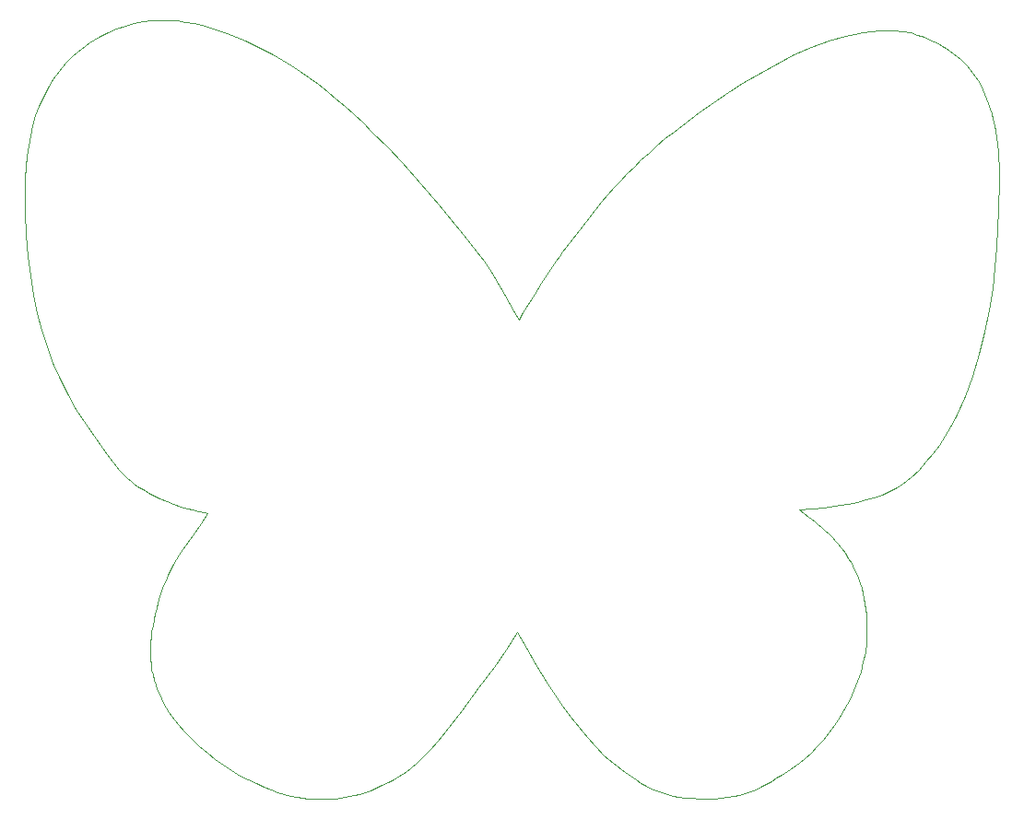
<source format=gbr>
%TF.GenerationSoftware,KiCad,Pcbnew,9.0.2*%
%TF.CreationDate,2025-06-28T05:17:50-07:00*%
%TF.ProjectId,butterfly5,62757474-6572-4666-9c79-352e6b696361,rev?*%
%TF.SameCoordinates,Original*%
%TF.FileFunction,Profile,NP*%
%FSLAX46Y46*%
G04 Gerber Fmt 4.6, Leading zero omitted, Abs format (unit mm)*
G04 Created by KiCad (PCBNEW 9.0.2) date 2025-06-28 05:17:50*
%MOMM*%
%LPD*%
G01*
G04 APERTURE LIST*
%TA.AperFunction,Profile*%
%ADD10C,0.100000*%
%TD*%
G04 APERTURE END LIST*
D10*
X116200000Y-60800000D02*
X116975948Y-60854167D01*
X117747204Y-60952297D01*
X118513968Y-61090806D01*
X119276440Y-61266113D01*
X120034819Y-61474635D01*
X120789306Y-61712789D01*
X121540099Y-61976994D01*
X122402916Y-62310495D01*
X123259309Y-62672839D01*
X124109881Y-63064476D01*
X124955236Y-63485855D01*
X125795977Y-63937424D01*
X126632708Y-64419634D01*
X127466031Y-64932933D01*
X128296550Y-65477770D01*
X129124868Y-66054594D01*
X129951588Y-66663855D01*
X130777314Y-67306003D01*
X131602649Y-67981485D01*
X132428196Y-68690751D01*
X133254558Y-69434251D01*
X134082338Y-70212433D01*
X134912141Y-71025747D01*
X136368872Y-72503563D01*
X137674083Y-73872549D01*
X138867787Y-75173496D01*
X139989997Y-76447195D01*
X141080724Y-77734437D01*
X142179982Y-79076012D01*
X143327783Y-80512713D01*
X144564139Y-82085330D01*
X144871748Y-82493736D01*
X145189475Y-82942748D01*
X145838744Y-83925632D01*
X146478869Y-84960075D01*
X147076777Y-85972170D01*
X148013636Y-87633684D01*
X148384723Y-88318913D01*
X148797550Y-87629358D01*
X149820734Y-85960633D01*
X150460290Y-84946555D01*
X151131329Y-83912653D01*
X151793484Y-82933915D01*
X152108615Y-82488666D01*
X152406387Y-82085330D01*
X153663081Y-80433576D01*
X154842472Y-78915431D01*
X155986812Y-77502562D01*
X156559043Y-76826753D01*
X157138357Y-76166638D01*
X157730034Y-75518677D01*
X158339358Y-74879327D01*
X158971609Y-74245047D01*
X159632070Y-73612296D01*
X160326022Y-72977532D01*
X161058746Y-72337213D01*
X161835524Y-71687799D01*
X162661638Y-71025747D01*
X164958190Y-69288953D01*
X166253965Y-68367777D01*
X167630595Y-67436657D01*
X169074974Y-66514528D01*
X170573992Y-65620321D01*
X172114543Y-64772969D01*
X173683518Y-63991405D01*
X175267810Y-63294562D01*
X176854312Y-62701371D01*
X178429915Y-62230767D01*
X179209533Y-62047351D01*
X179981511Y-61901681D01*
X180744211Y-61796123D01*
X181495994Y-61733045D01*
X182235221Y-61714813D01*
X182960255Y-61743794D01*
X183669456Y-61822353D01*
X184361186Y-61952859D01*
X185033807Y-62137676D01*
X185685681Y-62379172D01*
X186103357Y-62562769D01*
X186508055Y-62755736D01*
X186899756Y-62958608D01*
X187278441Y-63171918D01*
X187644092Y-63396201D01*
X187996691Y-63631989D01*
X188336218Y-63879818D01*
X188662657Y-64140221D01*
X188975987Y-64413731D01*
X189276192Y-64700884D01*
X189563251Y-65002212D01*
X189837148Y-65318249D01*
X190097864Y-65649529D01*
X190345380Y-65996587D01*
X190579677Y-66359956D01*
X190800738Y-66740170D01*
X191008544Y-67137762D01*
X191203077Y-67553268D01*
X191384318Y-67987219D01*
X191552248Y-68440152D01*
X191706850Y-68912598D01*
X191848105Y-69405093D01*
X191975994Y-69918170D01*
X192090500Y-70452362D01*
X192191603Y-71008205D01*
X192279285Y-71586231D01*
X192353529Y-72186974D01*
X192414315Y-72810970D01*
X192461624Y-73458750D01*
X192495440Y-74130849D01*
X192515743Y-74827802D01*
X192522515Y-75550141D01*
X192480491Y-78288111D01*
X192299437Y-81657467D01*
X192131000Y-83513442D01*
X191896877Y-85448698D01*
X191586759Y-87437045D01*
X191190336Y-89452296D01*
X190697299Y-91468260D01*
X190097337Y-93458751D01*
X189380143Y-95397578D01*
X188535407Y-97258553D01*
X188061988Y-98151662D01*
X187552818Y-99015488D01*
X187006607Y-99846756D01*
X186422068Y-100642194D01*
X185797910Y-101398527D01*
X185132847Y-102112482D01*
X184425588Y-102780785D01*
X183674845Y-103400163D01*
X183410093Y-103589452D01*
X183123006Y-103768844D01*
X182489888Y-104098957D01*
X181791619Y-104392543D01*
X181044326Y-104651642D01*
X180264137Y-104878292D01*
X179467180Y-105074534D01*
X178669581Y-105242407D01*
X177887469Y-105383950D01*
X176434215Y-105596204D01*
X175236437Y-105727614D01*
X174123391Y-105813163D01*
X174546382Y-106107543D01*
X175008400Y-106447600D01*
X175282579Y-106657704D01*
X175578126Y-106891422D01*
X175889480Y-107146428D01*
X176211081Y-107420395D01*
X176537369Y-107710998D01*
X176862784Y-108015910D01*
X177181765Y-108332804D01*
X177488754Y-108659354D01*
X177778190Y-108993234D01*
X177914588Y-109162196D01*
X178044512Y-109332117D01*
X178375679Y-109795969D01*
X178675596Y-110253473D01*
X178945628Y-110706560D01*
X179187137Y-111157162D01*
X179401489Y-111607211D01*
X179590046Y-112058640D01*
X179754173Y-112513380D01*
X179895234Y-112973363D01*
X180014591Y-113440522D01*
X180113609Y-113916788D01*
X180193653Y-114404093D01*
X180256084Y-114904369D01*
X180302268Y-115419549D01*
X180333568Y-115951564D01*
X180351348Y-116502347D01*
X180356971Y-117073829D01*
X180319385Y-117963779D01*
X180210155Y-118858231D01*
X180034576Y-119752160D01*
X179797944Y-120640537D01*
X179505551Y-121518336D01*
X179162695Y-122380531D01*
X178774668Y-123222093D01*
X178346765Y-124037997D01*
X177884282Y-124823215D01*
X177392513Y-125572721D01*
X176876752Y-126281487D01*
X176342295Y-126944487D01*
X175794435Y-127556694D01*
X175238468Y-128113081D01*
X174679689Y-128608620D01*
X174123391Y-129038285D01*
X173061988Y-129785618D01*
X172558935Y-130126538D01*
X172068769Y-130445035D01*
X171587330Y-130740663D01*
X171110459Y-131012979D01*
X170633995Y-131261538D01*
X170153781Y-131485895D01*
X169665655Y-131685606D01*
X169165460Y-131860227D01*
X168649035Y-132009313D01*
X168112222Y-132132419D01*
X167550859Y-132229101D01*
X166960790Y-132298915D01*
X166337852Y-132341416D01*
X165677888Y-132356159D01*
X164964174Y-132346395D01*
X164300006Y-132314866D01*
X163679719Y-132260589D01*
X163097646Y-132182583D01*
X162548123Y-132079866D01*
X162025483Y-131951457D01*
X161524062Y-131796373D01*
X161038195Y-131613633D01*
X160562215Y-131402256D01*
X160090457Y-131161259D01*
X159617255Y-130889660D01*
X159136945Y-130586478D01*
X158643860Y-130250732D01*
X158132336Y-129881439D01*
X157031306Y-129038285D01*
X156237183Y-128357150D01*
X155443061Y-127571595D01*
X154656008Y-126702091D01*
X153883094Y-125769111D01*
X153131388Y-124793126D01*
X152407960Y-123794607D01*
X151719878Y-122794026D01*
X151074212Y-121811854D01*
X149938406Y-119984628D01*
X149057096Y-118476699D01*
X148284182Y-117073829D01*
X147234779Y-118603947D01*
X146099757Y-120223217D01*
X144714953Y-122151181D01*
X143198188Y-124192255D01*
X141667284Y-126150854D01*
X140933349Y-127038105D01*
X140240063Y-127831392D01*
X139602154Y-128506269D01*
X139034349Y-129038285D01*
X138503339Y-129472093D01*
X137967468Y-129869522D01*
X137428947Y-130231899D01*
X136889983Y-130560550D01*
X136352788Y-130856799D01*
X135819568Y-131121972D01*
X135292534Y-131357396D01*
X134773895Y-131564395D01*
X134265860Y-131744294D01*
X133770639Y-131898420D01*
X133290439Y-132028098D01*
X132827472Y-132134653D01*
X132383945Y-132219412D01*
X131962068Y-132283698D01*
X131564050Y-132328839D01*
X131192100Y-132356159D01*
X130419578Y-132379921D01*
X129991638Y-132376263D01*
X129536304Y-132357731D01*
X129053871Y-132320936D01*
X128544633Y-132262491D01*
X128008886Y-132179009D01*
X127446923Y-132067103D01*
X126859038Y-131923384D01*
X126245528Y-131744466D01*
X125606686Y-131526961D01*
X124942807Y-131267482D01*
X124254185Y-130962641D01*
X123541115Y-130609052D01*
X122803891Y-130203326D01*
X122042808Y-129742076D01*
X121272030Y-129236012D01*
X120510081Y-128697740D01*
X119763804Y-128126715D01*
X119040045Y-127522397D01*
X118345648Y-126884240D01*
X117687457Y-126211704D01*
X117072318Y-125504245D01*
X116507074Y-124761319D01*
X116245302Y-124376387D01*
X115998571Y-123982385D01*
X115767736Y-123579245D01*
X115553653Y-123166899D01*
X115357177Y-122745279D01*
X115179164Y-122314318D01*
X115020470Y-121873948D01*
X114881950Y-121424100D01*
X114764459Y-120964707D01*
X114668854Y-120495702D01*
X114595990Y-120017015D01*
X114546721Y-119528580D01*
X114521905Y-119030328D01*
X114522397Y-118522192D01*
X114549052Y-118004104D01*
X114602725Y-117475996D01*
X114677059Y-116937770D01*
X114763863Y-116401827D01*
X114863549Y-115868694D01*
X114976526Y-115338894D01*
X115103206Y-114812955D01*
X115243998Y-114291401D01*
X115399314Y-113774757D01*
X115569564Y-113263550D01*
X115755157Y-112758305D01*
X115956506Y-112259547D01*
X116174019Y-111767802D01*
X116408109Y-111283595D01*
X116659184Y-110807452D01*
X116927657Y-110339898D01*
X117213936Y-109881459D01*
X117518433Y-109432661D01*
X118447883Y-108110629D01*
X119179665Y-107059400D01*
X119830891Y-106114787D01*
X119584053Y-106069818D01*
X118911877Y-105924700D01*
X118448320Y-105809799D01*
X117916868Y-105664117D01*
X117330334Y-105485739D01*
X116701532Y-105272751D01*
X116043274Y-105023238D01*
X115368373Y-104735285D01*
X114689643Y-104406978D01*
X114352846Y-104227094D01*
X114019897Y-104036403D01*
X113692397Y-103834666D01*
X113371948Y-103621644D01*
X113060152Y-103397098D01*
X112758610Y-103160788D01*
X112468924Y-102912474D01*
X112192695Y-102651918D01*
X111931525Y-102378881D01*
X111687017Y-102093122D01*
X110568219Y-100668605D01*
X109535469Y-99270509D01*
X108586852Y-97887733D01*
X107720455Y-96509172D01*
X106934366Y-95123725D01*
X106226671Y-93720288D01*
X105595455Y-92287759D01*
X105038807Y-90815036D01*
X104554813Y-89291015D01*
X104141559Y-87704594D01*
X103797132Y-86044670D01*
X103519618Y-84300140D01*
X103307105Y-82459903D01*
X103157679Y-80512854D01*
X103069426Y-78447892D01*
X103040434Y-76253913D01*
X103057878Y-75255037D01*
X103111740Y-74264605D01*
X103204308Y-73285470D01*
X103337875Y-72320481D01*
X103514731Y-71372492D01*
X103737167Y-70444351D01*
X104007473Y-69538910D01*
X104327941Y-68659021D01*
X104700861Y-67807534D01*
X105128524Y-66987301D01*
X105613221Y-66201171D01*
X106157243Y-65451997D01*
X106762880Y-64742629D01*
X107432423Y-64075918D01*
X108168164Y-63454716D01*
X108972392Y-62881873D01*
X109799552Y-62379176D01*
X110620223Y-61952682D01*
X111434605Y-61598809D01*
X112242897Y-61313975D01*
X113045299Y-61094597D01*
X113842010Y-60937093D01*
X114633231Y-60837880D01*
X115419161Y-60793377D01*
X116200000Y-60800000D01*
M02*

</source>
